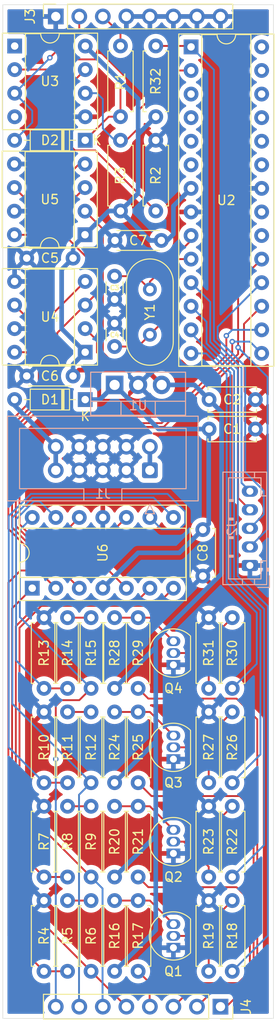
<source format=kicad_pcb>
(kicad_pcb (version 20240108) (generator "pcbnew") (generator_version "8.0")
  (title_block (title "Midi to CV Logic") (rev "1.0"))
  (layers (0 "F.Cu" signal) (31 "B.Cu" signal) (34 "B.Paste" user) (35 "F.Paste" user) (36 "B.SilkS" user "B.Silkscreen") (37 "F.SilkS" user "F.Silkscreen") (38 "B.Mask" user) (39 "F.Mask" user) (44 "Edge.Cuts" user))
  (net 0 "")
  (net 1 "/CV_2_PRE")
  (net 2 "GND")
  (net 3 "+5V")
  (net 4 "Net-(U2-XTAL1{slash}PB6)")
  (net 5 "Net-(U2-XTAL2{slash}PB7)")
  (net 6 "+12V")
  (net 7 "Net-(D2-K)")
  (net 8 "CV_1_OUT")
  (net 9 "MOSI")
  (net 10 "SCK")
  (net 11 "MISO")
  (net 12 "RESET")
  (net 13 "MIDI_SOURCE")
  (net 14 "CV_4_OUT")
  (net 15 "CV_3_OUT")
  (net 16 "MIDI_SINK")
  (net 17 "GATE_4_OUT")
  (net 18 "GATE_2_OUT")
  (net 19 "GATE_3_OUT")
  (net 20 "GATE_1_OUT")
  (net 21 "Net-(Q1-B)")
  (net 22 "Net-(Q1-C)")
  (net 23 "Net-(Q2-C)")
  (net 24 "Net-(Q2-B)")
  (net 25 "Net-(Q3-C)")
  (net 26 "Net-(Q3-B)")
  (net 27 "Net-(Q4-B)")
  (net 28 "Net-(Q4-C)")
  (net 29 "Net-(U3-VO1)")
  (net 30 "RX")
  (net 31 "Net-(U6A--)")
  (net 32 "Net-(U6B--)")
  (net 33 "Net-(U6C--)")
  (net 34 "Net-(U6D--)")
  (net 35 "GATE_1")
  (net 36 "GATE_2")
  (net 37 "GATE_3")
  (net 38 "GATE_4")
  (net 41 "CS1")
  (net 47 "CS2")
  (net 55 "/CV_1_PRE")
  (net 56 "/CV_4_PRE")
  (net 57 "/CV_3_PRE")
  (net 58 "CV_2_OUT")
  (net 59 "Net-(R5-Pad2)")
  (net 60 "Net-(R8-Pad2)")
  (net 61 "Net-(R11-Pad2)")
  (net 62 "Net-(R14-Pad2)")
  (net 63 "+12V_IN")
  (net 64 "-12V_IN")
  (footprint "Capacitor_THT:C_Disc_D5.0mm_W2.5mm_P5.00mm" (layer "F.Cu") (at 60.365 74.295)
    (property "Reference" "C2")
    (property "Value" "100nF" (hide yes))
  )
  (footprint "Resistor_THT:R_Axial_DIN0207_L6.3mm_D2.5mm_P7.62mm_Horizontal" (layer "F.Cu") (at 62.865 135.89 90)
    (property "Reference" "R18")
    (property "Value" "100KΩ" (hide yes))
  )
  (footprint "Paul:R_Axial_DIN0207_L6.3mm_D2.5mm_P7.62mm_Horizontal_Thin" (layer "F.Cu") (at 50.165 105.41 90)
    (property "Reference" "R28")
    (property "Value" "10KΩ" (hide yes))
  )
  (footprint "Capacitor_THT:C_Disc_D3.0mm_W1.6mm_P2.50mm" (layer "F.Cu") (at 50.165 61 -90)
    (property "Reference" "C3")
    (property "Value" "20pF" (hide yes))
  )
  (footprint "Resistor_THT:R_Axial_DIN0207_L6.3mm_D2.5mm_P7.62mm_Horizontal" (layer "F.Cu") (at 45.085 115.57 90)
    (property "Reference" "R11")
    (property "Value" "4.7KΩ" (hide yes))
  )
  (footprint "Package_DIP:DIP-8_W7.62mm_Socket" (layer "F.Cu") (at 39.38 36.205)
    (property "Reference" "U3")
    (property "Value" "6N138" (hide yes))
  )
  (footprint "Package_DIP:DIP-8_W7.62mm_Socket" (layer "F.Cu") (at 46.97 56.535 180)
    (property "Reference" "U5")
    (property "Value" "MCP4822" (hide yes))
  )
  (footprint "Connector_PinSocket_2.54mm:PinSocket_1x08_P2.54mm_Vertical" (layer "F.Cu") (at 43.815 33.02 90)
    (property "Reference" "J3")
    (property "Value" "Conn_01x08_Socket" (hide yes))
  )
  (footprint "Resistor_THT:R_Axial_DIN0207_L6.3mm_D2.5mm_P7.62mm_Horizontal" (layer "F.Cu") (at 54.61 46.355 -90)
    (property "Reference" "R2")
    (property "Value" "4.7kΩ" (hide yes))
  )
  (footprint "Resistor_THT:R_Axial_DIN0207_L6.3mm_D2.5mm_P7.62mm_Horizontal" (layer "F.Cu") (at 62.865 105.41 90)
    (property "Reference" "R30")
    (property "Value" "100KΩ" (hide yes))
  )
  (footprint "Capacitor_THT:C_Disc_D3.0mm_W1.6mm_P2.50mm" (layer "F.Cu") (at 50.165 68.58 90)
    (property "Reference" "C4")
    (property "Value" "20pF" (hide yes))
  )
  (footprint "Resistor_THT:R_Axial_DIN0207_L6.3mm_D2.5mm_P7.62mm_Horizontal" (layer "F.Cu") (at 60.325 97.79 -90)
    (property "Reference" "R31")
    (property "Value" "1MΩ" (hide yes))
  )
  (footprint "Package_DIP:DIP-14_W7.62mm_Socket" (layer "F.Cu") (at 41.275 94.615 90)
    (property "Reference" "U6")
    (property "Value" "LM324" (hide yes))
  )
  (footprint "Resistor_THT:R_Axial_DIN0207_L6.3mm_D2.5mm_P7.62mm_Horizontal" (layer "F.Cu") (at 52.705 107.95 -90)
    (property "Reference" "R25")
    (property "Value" "1KΩ" (hide yes))
  )
  (footprint "Resistor_THT:R_Axial_DIN0207_L6.3mm_D2.5mm_P7.62mm_Horizontal" (layer "F.Cu") (at 50.165 115.57 90)
    (property "Reference" "R24")
    (property "Value" "10KΩ" (hide yes))
  )
  (footprint "Resistor_THT:R_Axial_DIN0207_L6.3mm_D2.5mm_P7.62mm_Horizontal" (layer "F.Cu") (at 42.545 107.95 -90)
    (property "Reference" "R10")
    (property "Value" "10KΩ" (hide yes))
  )
  (footprint "Resistor_THT:R_Axial_DIN0207_L6.3mm_D2.5mm_P7.62mm_Horizontal" (layer "F.Cu") (at 45.085 105.41 90)
    (property "Reference" "R14")
    (property "Value" "4.7KΩ" (hide yes))
  )
  (footprint "Capacitor_THT:C_Disc_D5.0mm_W2.5mm_P5.00mm" (layer "F.Cu") (at 59.69 88.305 -90)
    (property "Reference" "C8")
    (property "Value" "100nF" (hide yes))
  )
  (footprint "Resistor_THT:R_Axial_DIN0207_L6.3mm_D2.5mm_P7.62mm_Horizontal" (layer "F.Cu") (at 52.705 128.27 -90)
    (property "Reference" "R17")
    (property "Value" "1KΩ" (hide yes))
  )
  (footprint "Capacitor_THT:C_Disc_D4.3mm_W1.9mm_P5.00mm" (layer "F.Cu") (at 50.205 57.15)
    (property "Reference" "C7")
    (property "Value" "100nF" (hide yes))
  )
  (footprint "Resistor_THT:R_Axial_DIN0207_L6.3mm_D2.5mm_P7.62mm_Horizontal" (layer "F.Cu") (at 62.865 115.57 90)
    (property "Reference" "R26")
    (property "Value" "100KΩ" (hide yes))
  )
  (footprint "Resistor_THT:R_Axial_DIN0207_L6.3mm_D2.5mm_P7.62mm_Horizontal" (layer "F.Cu") (at 47.625 118.11 -90)
    (property "Reference" "R9")
    (property "Value" "3KΩ" (hide yes))
  )
  (footprint "Package_TO_SOT_THT:TO-92_Inline" (layer "F.Cu") (at 56.515 133.35 90)
    (property "Reference" "Q1")
    (property "Value" "2N3904" (hide yes))
  )
  (footprint "Diode_THT:D_DO-35_SOD27_P7.62mm_Horizontal" (layer "F.Cu") (at 46.99 46.355 180)
    (property "Reference" "D2")
    (property "Value" "1N4148" (hide yes))
  )
  (footprint "Crystal:Crystal_HC49-4H_Vertical" (layer "F.Cu") (at 53.975 67.31 90)
    (property "Reference" "Y1")
    (property "Value" "16MHz" (hide yes))
  )
  (footprint "Resistor_THT:R_Axial_DIN0207_L6.3mm_D2.5mm_P7.62mm_Horizontal" (layer "F.Cu") (at 47.625 107.95 -90)
    (property "Reference" "R12")
    (property "Value" "3KΩ" (hide yes))
  )
  (footprint "Capacitor_THT:C_Disc_D4.3mm_W1.9mm_P5.00mm" (layer "F.Cu") (at 40.68 71.755)
    (property "Reference" "C6")
    (property "Value" "100nF" (hide yes))
  )
  (footprint "Package_TO_SOT_THT:TO-92_Inline" (layer "F.Cu") (at 56.515 113.03 90)
    (property "Reference" "Q3")
    (property "Value" "2N3904" (hide yes))
  )
  (footprint "Resistor_THT:R_Axial_DIN0207_L6.3mm_D2.5mm_P7.62mm_Horizontal" (layer "F.Cu") (at 60.325 107.95 -90)
    (property "Reference" "R27")
    (property "Value" "1MΩ" (hide yes))
  )
  (footprint "Capacitor_THT:C_Disc_D5.0mm_W2.5mm_P5.00mm" (layer "F.Cu") (at 60.365 77.47)
    (property "Reference" "C1")
    (property "Value" "330nF" (hide yes))
  )
  (footprint "Resistor_THT:R_Axial_DIN0207_L6.3mm_D2.5mm_P7.62mm_Horizontal" (layer "F.Cu") (at 42.545 128.27 -90)
    (property "Reference" "R4")
    (property "Value" "10KΩ" (hide yes))
  )
  (footprint "Connector_PinSocket_2.54mm:PinSocket_1x08_P2.54mm_Vertical" (layer "F.Cu") (at 61.595 139.7 -90)
    (property "Reference" "J4")
    (property "Value" "Conn_01x08_Socket" (hide yes))
  )
  (footprint "Package_DIP:DIP-28_W7.62mm_Socket" (layer "F.Cu") (at 58.42 36.299657)
    (property "Reference" "U2")
    (property "Value" "ATmega328P-P" (hide yes))
  )
  (footprint "Package_DIP:DIP-8_W7.62mm_Socket" (layer "F.Cu") (at 46.99 69.190343 180)
    (property "Reference" "U4")
    (property "Value" "MCP4822" (hide yes))
  )
  (footprint "Resistor_THT:R_Axial_DIN0207_L6.3mm_D2.5mm_P7.62mm_Horizontal" (layer "F.Cu") (at 47.625 97.79 -90)
    (property "Reference" "R15")
    (property "Value" "3KΩ" (hide yes))
  )
  (footprint "Resistor_THT:R_Axial_DIN0207_L6.3mm_D2.5mm_P7.62mm_Horizontal" (layer "F.Cu") (at 60.325 118.11 -90)
    (property "Reference" "R23")
    (property "Value" "1MΩ" (hide yes))
  )
  (footprint "Resistor_THT:R_Axial_DIN0207_L6.3mm_D2.5mm_P7.62mm_Horizontal" (layer "F.Cu") (at 50.8 43.815 90)
    (property "Reference" "R1")
    (property "Value" "220Ω" (hide yes))
  )
  (footprint "Resistor_THT:R_Axial_DIN0207_L6.3mm_D2.5mm_P7.62mm_Horizontal" (layer "F.Cu") (at 42.545 118.11 -90)
    (property "Reference" "R7")
    (property "Value" "10KΩ" (hide yes))
  )
  (footprint "Package_TO_SOT_THT:TO-92_Inline" (layer "F.Cu") (at 56.515 123.19 90)
    (property "Reference" "Q2")
    (property "Value" "2N3904" (hide yes))
  )
  (footprint "Resistor_THT:R_Axial_DIN0207_L6.3mm_D2.5mm_P7.62mm_Horizontal" (layer "F.Cu") (at 47.625 128.27 -90)
    (property "Reference" "R6")
    (property "Value" "3KΩ" (hide yes))
  )
  (footprint "Diode_THT:D_DO-35_SOD27_P7.62mm_Horizontal" (layer "F.Cu") (at 46.99 74.295 180)
    (property "Reference" "D1")
    (property "Value" "IN4001")
  )
  (footprint "Resistor_THT:R_Axial_DIN0207_L6.3mm_D2.5mm_P7.62mm_Horizontal" (layer "F.Cu") (at 60.325 128.27 -90)
    (property "Reference" "R19")
    (property "Value" "1MΩ" (hide yes))
  )
  (footprint "Package_TO_SOT_THT:TO-92_Inline" (layer "F.Cu") (at 56.515 102.87 90)
    (property "Reference" "Q4")
    (property "Value" "2N3904" (hide yes))
  )
  (footprint "Resistor_THT:R_Axial_DIN0207_L6.3mm_D2.5mm_P7.62mm_Horizontal" (layer "F.Cu") (at 54.61 36.195 -90)
    (property "Reference" "R32")
    (property "Value" "10KΩ" (hide yes))
  )
  (footprint "Resistor_THT:R_Axial_DIN0207_L6.3mm_D2.5mm_P7.62mm_Horizontal" (layer "F.Cu") (at 45.085 135.89 90)
    (property "Reference" "R5")
    (property "Value" "4.7KΩ" (hide yes))
  )
  (footprint "Capacitor_THT:C_Disc_D4.3mm_W1.9mm_P5.00mm" (layer "F.Cu") (at 40.68 59.055)
    (property "Reference" "C5")
    (property "Value" "100nF")
  )
  (footprint "Resistor_THT:R_Axial_DIN0207_L6.3mm_D2.5mm_P7.62mm_Horizontal" (layer "F.Cu") (at 42.545 97.79 -90)
    (property "Reference" "R13")
    (property "Value" "10KΩ" (hide yes))
  )
  (footprint "Resistor_THT:R_Axial_DIN0207_L6.3mm_D2.5mm_P7.62mm_Horizontal" (layer "F.Cu") (at 45.085 125.73 90)
    (property "Reference" "R8")
    (property "Value" "4.7KΩ" (hide yes))
  )
  (footprint "Resistor_THT:R_Axial_DIN0207_L6.3mm_D2.5mm_P7.62mm_Horizontal" (layer "F.Cu") (at 52.705 118.11 -90)
    (property "Reference" "R21")
    (property "Value" "1KΩ" (hide yes))
  )
  (footprint "Resistor_THT:R_Axial_DIN0207_L6.3mm_D2.5mm_P7.62mm_Horizontal" (layer "F.Cu") (at 50.165 125.73 90)
    (property "Reference" "R20")
    (property "Value" "10KΩ" (hide yes))
  )
  (footprint "Paul:R_Axial_DIN0207_L6.3mm_D2.5mm_P7.62mm_Horizontal_Thin" (layer "F.Cu") (at 52.705 97.79 -90)
    (property "Reference" "R29")
    (property "Value" "1KΩ" (hide yes))
  )
  (footprint "Resistor_THT:R_Axial_DIN0207_L6.3mm_D2.5mm_P7.62mm_Horizontal" (layer "F.Cu") (at 50.8 46.355 -90)
    (property "Reference" "R3")
    (property "Value" "220Ω" (hide yes))
  )
  (footprint "Resistor_THT:R_Axial_DIN0207_L6.3mm_D2.5mm_P7.62mm_Horizontal" (layer "F.Cu") (at 50.165 135.89 90)
    (property "Reference" "R16")
    (property "Value" "10KΩ" (hide yes))
  )
  (footprint "Resistor_THT:R_Axial_DIN0207_L6.3mm_D2.5mm_P7.62mm_Horizontal" (layer "F.Cu") (at 62.865 125.73 90)
    (property "Reference" "R22")
    (property "Value" "100KΩ" (hide yes))
  )
  (footprint "Package_TO_SOT_THT:TO-220-3_Vertical" (layer "B.Cu") (at 50.165 72.715)
    (property "Reference" "U1")
    (property "Value" "LM7805_TO220" (hide yes))
  )
  (footprint "Connector_JST:JST_PH_B5B-PH-K_1x05_P2.00mm_Vertical" (layer "B.Cu") (at 64.77 92.17 90)
    (property "Reference" "J2")
    (property "Value" "Conn_01x05" (hide yes))
  )
  (footprint "Connector_IDC:IDC-Header_2x05_P2.54mm_Vertical" (layer "B.Cu") (at 53.975 81.915 90)
    (property "Reference" "J1")
    (property "Value" "Conn_02x05_Odd_Even" (hide yes))
  )
  (gr_rect (start 38.1 31.75) (end 67.31 140.97) (stroke (width 0.05)) (fill none) (layer "Edge.Cuts"))
  (gr_rect (start 38.1 31.75) (end 67.31 140.97) (stroke (width 0.05)) (fill none) (layer "Edge.Cuts"))
  (segment (start 42.38 67.140343) (end 42.38 73.825) (width 0.2) (layer "F.Cu") (net 1))
  (segment (start 42.38 73.825) (end 39.1 77.105) (width 0.2) (layer "F.Cu") (net 1))
  (segment (start 39.1 77.105) (end 39.1 88.055686) (width 0.2) (layer "F.Cu") (net 1))
  (segment (start 39.35 64.110343) (end 42.38 67.140343) (width 0.2) (layer "F.Cu") (net 1))
  (segment (start 39.1 88.055686) (end 40.744316 89.7) (width 0.2) (layer "F.Cu") (net 1))
  (segment (start 46.52 89.7) (end 51.435 94.615) (width 0.2) (layer "F.Cu") (net 1))
  (segment (start 40.744316 89.7) (end 46.52 89.7) (width 0.2) (layer "F.Cu") (net 1))
  (segment (start 45.68 71.755) (end 46.315 71.12) (width 0.5) (layer "F.Cu") (net 3))
  (segment (start 53.65 71.12) (end 55.245 72.715) (width 0.5) (layer "F.Cu") (net 3))
  (segment (start 46.315 71.12) (end 53.65 71.12) (width 0.5) (layer "F.Cu") (net 3))
  (segment (start 55.245 72.715) (end 55.245 72.39) (width 0.5) (layer "B.Cu") (net 3))
  (segment (start 44.45 60.285) (end 45.68 59.055) (width 0.5) (layer "B.Cu") (net 3))
  (segment (start 58.42 51.539657) (end 56.515 53.444657) (width 0.5) (layer "B.Cu") (net 3))
  (segment (start 52.705 52.07) (end 52.705 45.72) (width 0.5) (layer "B.Cu") (net 3))
  (segment (start 49.53 53.975) (end 46.97 56.535) (width 0.5) (layer "B.Cu") (net 3))
  (segment (start 46.99 69.190343) (end 44.45 66.650343) (width 0.5) (layer "B.Cu") (net 3))
  (segment (start 60.365 74.295) (end 61.715 75.645) (width 0.5) (layer "B.Cu") (net 3))
  (segment (start 55.245 72.715) (end 58.785 72.715) (width 0.5) (layer "B.Cu") (net 3))
  (segment (start 50.8 53.975) (end 52.705 52.07) (width 0.5) (layer "B.Cu") (net 3))
  (segment (start 54.61 43.815) (end 52.705 45.72) (width 0.5) (layer "B.Cu") (net 3))
  (segment (start 52.705 45.72) (end 52.705 41.91) (width 0.5) (layer "B.Cu") (net 3))
  (segment (start 61.715 93.047767) (end 54.61 100.152767) (width 0.5) (layer "B.Cu") (net 3))
  (segment (start 54.61 100.965) (end 54.61 111.125) (width 0.5) (layer "B.Cu") (net 3))
  (segment (start 54.61 111.125) (end 54.61 121.285) (width 0.5) (layer "B.Cu") (net 3))
  (segment (start 50.8 53.975) (end 49.53 53.975) (width 0.5) (layer "B.Cu") (net 3))
  (segment (start 44.45 66.650343) (end 44.45 60.285) (width 0.5) (layer "B.Cu") (net 3))
  (segment (start 52.705 41.91) (end 47 36.205) (width 0.5) (layer "B.Cu") (net 3))
  (segment (start 56.515 53.444657) (end 56.515 56.475) (width 0.5) (layer "B.Cu") (net 3))
  (segment (start 61.715 75.645) (end 61.715 93.047767) (width 0.5) (layer "B.Cu") (net 3))
  (segment (start 45.68 59.055) (end 45.68 57.835) (width 0.5) (layer "B.Cu") (net 3))
  (segment (start 54.61 100.152767) (end 54.61 100.965) (width 0.5) (layer "B.Cu") (net 3))
  (segment (start 55.84 57.15) (end 53.975 57.15) (width 0.5) (layer "B.Cu") (net 3))
  (segment (start 45.68 71.755) (end 45.68 70.500343) (width 0.5) (layer "B.Cu") (net 3))
  (segment (start 58.785 72.715) (end 60.365 74.295) (width 0.5) (layer "B.Cu") (net 3))
  (segment (start 54.61 121.285) (end 50.165 125.73) (width 0.5) (layer "B.Cu") (net 3))
  (segment (start 54.61 111.125) (end 50.165 115.57) (width 0.5) (layer "B.Cu") (net 3))
  (segment (start 53.975 57.15) (end 50.8 53.975) (width 0.5) (layer "B.Cu") (net 3))
  (segment (start 56.515 56.475) (end 55.84 57.15) (width 0.5) (layer "B.Cu") (net 3))
  (segment (start 45.68 57.835) (end 46.97 56.545) (width 0.5) (layer "B.Cu") (net 3))
  (segment (start 54.61 121.285) (end 54.61 131.445) (width 0.5) (layer "B.Cu") (net 3))
  (segment (start 54.61 131.445) (end 50.165 135.89) (width 0.5) (layer "B.Cu") (net 3))
  (segment (start 50.165 105.41) (end 54.61 100.965) (width 0.5) (layer "B.Cu") (net 3))
  (segment (start 45.68 70.500343) (end 46.99 69.190343) (width 0.5) (layer "B.Cu") (net 3))
  (segment (start 52.545 61) (end 53.975 62.43) (width 0.2) (layer "F.Cu") (net 4))
  (segment (start 53.975 62.43) (end 53.975 61.595) (width 0.2) (layer "F.Cu") (net 4))
  (segment (start 50.165 61) (end 52.545 61) (width 0.2) (layer "F.Cu") (net 4))
  (segment (start 53.975 61.595) (end 58.42 57.15) (width 0.2) (layer "F.Cu") (net 4))
  (segment (start 58.42 57.15) (end 58.42 56.619657) (width 0.2) (layer "F.Cu") (net 4))
  (segment (start 57.045343 59.159657) (end 57.15 59.159657) (width 0.2) (layer "F.Cu") (net 5))
  (segment (start 53.975 67.31) (end 55.88 65.405) (width 0.2) (layer "F.Cu") (net 5))
  (segment (start 55.88 65.405) (end 55.88 60.429657) (width 0.2) (layer "F.Cu") (net 5))
  (segment (start 55.88 60.429657) (end 57.15 59.159657) (width 0.2) (layer "F.Cu") (net 5))
  (segment (start 50.165 68.58) (end 52.705 68.58) (width 0.2) (layer "F.Cu") (net 5))
  (segment (start 52.705 68.58) (end 53.975 67.31) (width 0.2) (layer "F.Cu") (net 5))
  (segment (start 57.15 59.159657) (end 58.42 59.159657) (width 0.2) (layer "F.Cu") (net 5))
  (segment (start 60.325 77.51) (end 60.325 87.67) (width 0.5) (layer "B.Cu") (net 6))
  (segment (start 52.705 90.805) (end 48.895 94.615) (width 0.5) (layer "B.Cu") (net 6))
  (segment (start 48.585 74.295) (end 50.165 72.715) (width 0.5) (layer "B.Cu") (net 6))
  (segment (start 60.325 87.67) (end 59.69 88.305) (width 0.5) (layer "B.Cu") (net 6))
  (segment (start 46.99 74.295) (end 48.585 74.295) (width 0.5) (layer "B.Cu") (net 6))
  (segment (start 50.165 72.715) (end 54.92 77.47) (width 0.5) (layer "B.Cu") (net 6))
  (segment (start 48.895 94.615) (end 48.895 93.98) (width 0.5) (layer "B.Cu") (net 6))
  (segment (start 54.92 77.47) (end 60.365 77.47) (width 0.5) (layer "B.Cu") (net 6))
  (segment (start 59.65 88.305) (end 57.15 90.805) (width 0.5) (layer "B.Cu") (net 6))
  (segment (start 59.69 88.305) (end 59.65 88.305) (width 0.5) (layer "B.Cu") (net 6))
  (segment (start 57.15 90.805) (end 52.705 90.805) (width 0.5) (layer "B.Cu") (net 6))
  (segment (start 60.325 77.51) (end 60.365 77.47) (width 0.5) (layer "B.Cu") (net 6))
  (segment (start 43.18 38.735) (end 44.27 37.645) (width 0.2) (layer "F.Cu") (net 7))
  (segment (start 44.27 37.645) (end 48.44 37.645) (width 0.2) (layer "F.Cu") (net 7))
  (segment (start 48.44 37.645) (end 50.8 40.005) (width 0.2) (layer "F.Cu") (net 7))
  (segment (start 39.39 38.735) (end 43.18 38.735) (width 0.2) (layer "F.Cu") (net 7))
  (segment (start 50.8 43.815) (end 49.53 43.815) (width 0.2) (layer "F.Cu") (net 7))
  (segment (start 39.38 38.745) (end 39.39 38.735) (width 0.2) (layer "F.Cu") (net 7))
  (segment (start 50.8 40.005) (end 50.8 43.815) (width 0.2) (layer "F.Cu") (net 7))
  (segment (start 49.53 43.815) (end 46.99 46.355) (width 0.2) (layer "F.Cu") (net 7))
  (segment (start 39.1 127.365) (end 39.1 96.79) (width 0.2) (layer "F.Cu") (net 8))
  (segment (start 39.37625 127.64125) (end 39.1 127.365) (width 0.2) (layer "F.Cu") (net 8))
  (segment (start 47.625 135.89) (end 39.1 127.365) (width 0.2) (layer "F.Cu") (net 8))
  (segment (start 39.1 96.79) (end 39.235 96.655) (width 0.2) (layer "F.Cu") (net 8))
  (segment (start 47.625 135.89) (end 51.405 139.67) (width 0.2) (layer "F.Cu") (net 8))
  (segment (start 39.1 96.79) (end 41.275 94.615) (width 0.2) (layer "F.Cu") (net 8))
  (segment (start 43.58 74.06) (end 46.755 77.235) (width 0.2) (layer "F.Cu") (net 9))
  (segment (start 46.755 77.235) (end 55.48 77.235) (width 0.2) (layer "F.Cu") (net 9))
  (segment (start 64.135 69.319657) (end 64.135 68.58) (width 0.2) (layer "F.Cu") (net 9))
  (segment (start 64.135 66.144657) (end 66.04 64.239657) (width 0.2) (layer "F.Cu") (net 9))
  (segment (start 43.58 64.960343) (end 43.58 74.06) (width 0.2) (layer "F.Cu") (net 9))
  (segment (start 64.135 69.215) (end 64.135 68.58) (width 0.2) (layer "F.Cu") (net 9))
  (segment (start 63.9 69.45) (end 64.135 69.215) (width 0.2) (layer "F.Cu") (net 9))
  (segment (start 43.58 51.67) (end 43.58 70.885) (width 0.2) (layer "F.Cu") (net 9))
  (segment (start 63.9 69.554656) (end 63.9 69.45) (width 0.2) (layer "F.Cu") (net 9))
  (segment (start 46.97 48.28) (end 43.58 51.67) (width 0.2) (layer "F.Cu") (net 9))
  (segment (start 64.77 86.17) (end 63.5 84.9) (width 0.2) (layer "F.Cu") (net 9))
  (segment (start 63.5 84.9) (end 63.5 69.954656) (width 0.2) (layer "F.Cu") (net 9))
  (segment (start 46.97 61.570343) (end 43.58 64.960343) (width 0.2) (layer "F.Cu") (net 9))
  (segment (start 55.48 77.235) (end 59.925 72.79) (width 0.2) (layer "F.Cu") (net 9))
  (segment (start 64.135 69.319657) (end 64.135 69.215) (width 0.2) (layer "F.Cu") (net 9))
  (segment (start 64.135 68.58) (end 64.135 66.144657) (width 0.2) (layer "F.Cu") (net 9))
  (segment (start 59.925 72.79) (end 60.664657 72.79) (width 0.2) (layer "F.Cu") (net 9))
  (segment (start 63.5 69.954656) (end 63.9 69.554656) (width 0.2) (layer "F.Cu") (net 9))
  (segment (start 60.664657 72.79) (end 64.135 69.319657) (width 0.2) (layer "F.Cu") (net 9))
  (segment (start 48.495 60.535343) (end 48.495 62.585343) (width 0.2) (layer "F.Cu") (net 10))
  (segment (start 60.49897 72.39) (end 63.5 69.38897) (width 0.2) (layer "F.Cu") (net 10))
  (segment (start 63.5 61.699657) (end 66.04 59.159657) (width 0.2) (layer "F.Cu") (net 10))
  (segment (start 43.98 73.825) (end 46.99 76.835) (width 0.2) (layer "F.Cu") (net 10))
  (segment (start 45.085 53.35) (end 45.085 56.904365) (width 0.2) (layer "F.Cu") (net 10))
  (segment (start 63.5 69.38897) (end 63.5 68.684657) (width 0.2) (layer "F.Cu") (net 10))
  (segment (start 48.495 60.314365) (end 48.495 60.96) (width 0.2) (layer "F.Cu") (net 10))
  (segment (start 55.245 76.835) (end 59.69 72.39) (width 0.2) (layer "F.Cu") (net 10))
  (segment (start 63.5 68.684657) (end 63.5 61.699657) (width 0.2) (layer "F.Cu") (net 10))
  (segment (start 59.69 72.39) (end 60.49897 72.39) (width 0.2) (layer "F.Cu") (net 10))
  (segment (start 46.97 51.465) (end 45.085 53.35) (width 0.2) (layer "F.Cu") (net 10))
  (segment (start 45.085 56.904365) (end 48.495 60.314365) (width 0.2) (layer "F.Cu") (net 10))
  (segment (start 48.495 62.585343) (end 43.98 67.100343) (width 0.2) (layer "F.Cu") (net 10))
  (segment (start 43.98 67.100343) (end 43.98 73.825) (width 0.2) (layer "F.Cu") (net 10))
  (segment (start 46.99 76.835) (end 55.245 76.835) (width 0.2) (layer "F.Cu") (net 10))
  (via (at 63.5 68.684657) (size 0.6) (drill 0.3) (layers "F.Cu" "B.Cu") (net 10))
  (segment (start 66.675 71.859657) (end 63.5 68.684657) (width 0.2) (layer "B.Cu") (net 10))
  (segment (start 66.675 88.265) (end 66.675 71.859657) (width 0.2) (layer "B.Cu") (net 10))
  (segment (start 64.77 90.17) (end 66.675 88.265) (width 0.2) (layer "B.Cu") (net 10))
  (segment (start 64.265 70.719657) (end 61.29 67.744657) (width 0.2) (layer "B.Cu") (net 11))
  (segment (start 66.275 86.665) (end 66.275 84.127208) (width 0.2) (layer "B.Cu") (net 11))
  (segment (start 64.265 82.117208) (end 64.265 70.719657) (width 0.2) (layer "B.Cu") (net 11))
  (segment (start 61.29 67.744657) (end 61.29 66.449657) (width 0.2) (layer "B.Cu") (net 11))
  (segment (start 66.275 84.127208) (end 64.265 82.117208) (width 0.2) (layer "B.Cu") (net 11))
  (segment (start 64.77 88.17) (end 66.275 86.665) (width 0.2) (layer "B.Cu") (net 11))
  (segment (start 61.29 66.449657) (end 66.04 61.699657) (width 0.2) (layer "B.Cu") (net 11))
  (segment (start 58.315343 36.195) (end 58.42 36.299657) (width 0.2) (layer "F.Cu") (net 12))
  (segment (start 55.245 36.195) (end 58.315343 36.195) (width 0.2) (layer "F.Cu") (net 12))
  (segment (start 63.865 83.265) (end 64.77 84.17) (width 0.2) (layer "B.Cu") (net 12))
  (segment (start 63.865 70.885343) (end 63.865 83.265) (width 0.2) (layer "B.Cu") (net 12))
  (segment (start 60.89 67.910343) (end 63.865 70.885343) (width 0.2) (layer "B.Cu") (net 12))
  (segment (start 58.42 36.299657) (end 60.89 38.769657) (width 0.2) (layer "B.Cu") (net 12))
  (segment (start 60.89 38.769657) (end 60.89 67.910343) (width 0.2) (layer "B.Cu") (net 12))
  (segment (start 50.8 34.9) (end 48.895 32.995) (width 0.2) (layer "F.Cu") (net 13))
  (segment (start 50.8 36.83) (end 50.8 34.9) (width 0.2) (layer "F.Cu") (net 13))
  (segment (start 47.625 105.41) (end 46.355 106.68) (width 0.2) (layer "F.Cu") (net 14))
  (segment (start 46.355 106.68) (end 44.45 106.68) (width 0.2) (layer "F.Cu") (net 14))
  (segment (start 44.45 106.68) (end 43.815 107.315) (width 0.2) (layer "F.Cu") (net 14))
  (segment (start 43.815 107.315) (end 43.815 113.03) (width 0.2) (layer "F.Cu") (net 14))
  (via (at 43.815 113.03) (size 0.6) (drill 0.3) (layers "F.Cu" "B.Cu") (net 14))
  (segment (start 43.785 139.75) (end 43.815 139.72) (width 0.2) (layer "B.Cu") (net 14))
  (segment (start 43.815 139.72) (end 43.815 113.03) (width 0.2) (layer "B.Cu") (net 14))
  (segment (start 39.935 88.335) (end 40.005 88.265) (width 0.2) (layer "B.Cu") (net 14))
  (segment (start 47.625 105.41) (end 40.64 98.425) (width 0.2) (layer "B.Cu") (net 14))
  (segment (start 39.935 88.335) (end 41.275 86.995) (width 0.2) (layer "B.Cu") (net 14))
  (segment (start 39.935 97.72) (end 39.935 88.335) (width 0.2) (layer "B.Cu") (net 14))
  (segment (start 40.64 98.425) (end 39.935 97.72) (width 0.2) (layer "B.Cu") (net 14))
  (segment (start 40.005 97.79) (end 39.935 97.72) (width 0.2) (layer "B.Cu") (net 14))
  (segment (start 39.135 87.01368) (end 39.14434 87.00434) (width 0.2) (layer "B.Cu") (net 15))
  (segment (start 46.325 116.87) (end 47.625 115.57) (width 0.2) (layer "B.Cu") (net 15))
  (segment (start 41.293679 84.855) (end 54.375 84.855) (width 0.2) (layer "B.Cu") (net 15))
  (segment (start 39.135 107.08) (end 39.135 87.01368) (width 0.2) (layer "B.Cu") (net 15))
  (segment (start 39.37 107.315) (end 39.135 107.08) (width 0.2) (layer "B.Cu") (net 15))
  (segment (start 46.325 139.75) (end 46.325 116.87) (width 0.2) (layer "B.Cu") (net 15))
  (segment (start 47.625 115.57) (end 39.135 107.08) (width 0.2) (layer "B.Cu") (net 15))
  (segment (start 54.375 84.855) (end 56.515 86.995) (width 0.2) (layer "B.Cu") (net 15))
  (segment (start 39.135 87.013679) (end 41.293679 84.855) (width 0.2) (layer "B.Cu") (net 15))
  (segment (start 46.355 34.29) (end 46.355 32.995) (width 0.2) (layer "F.Cu") (net 16))
  (segment (start 43.18 37.465) (end 46.355 34.29) (width 0.2) (layer "F.Cu") (net 16))
  (via (at 43.18 37.465) (size 0.6) (drill 0.3) (layers "F.Cu" "B.Cu") (net 16))
  (segment (start 39.38 41.285) (end 41.275 43.18) (width 0.2) (layer "B.Cu") (net 16))
  (segment (start 41.275 44.45) (end 39.37 46.355) (width 0.2) (layer "B.Cu") (net 16))
  (segment (start 43.18 37.485) (end 43.18 37.465) (width 0.2) (layer "B.Cu") (net 16))
  (segment (start 39.38 41.285) (end 43.18 37.485) (width 0.2) (layer "B.Cu") (net 16))
  (segment (start 41.275 43.18) (end 41.275 44.45) (width 0.2) (layer "B.Cu") (net 16))
  (segment (start 52.705 105.41) (end 53.805 106.51) (width 0.2) (layer "F.Cu") (net 17))
  (segment (start 62.18 139.75) (end 61.565 139.75) (width 0.2) (layer "F.Cu") (net 17))
  (segment (start 63.33 106.51) (end 65.57 108.75) (width 0.2) (layer "F.Cu") (net 17))
  (segment (start 65.57 136.36) (end 62.18 139.75) (width 0.2) (layer "F.Cu") (net 17))
  (segment (start 53.805 106.51) (end 63.33 106.51) (width 0.2) (layer "F.Cu") (net 17))
  (segment (start 65.57 108.75) (end 65.57 136.36) (width 0.2) (layer "F.Cu") (net 17))
  (segment (start 57.635 138.6) (end 56.485 139.75) (width 0.2) (layer "F.Cu") (net 18))
  (segment (start 64.77 135.89) (end 63.5 137.16) (width 0.2) (layer "F.Cu") (net 18))
  (segment (start 53.805 126.83) (end 63.33 126.83) (width 0.2) (layer "F.Cu") (net 18))
  (segment (start 64.77 128.27) (end 64.77 135.89) (width 0.2) (layer "F.Cu") (net 18))
  (segment (start 59.055 137.16) (end 57.635 138.58) (width 0.2) (layer "F.Cu") (net 18))
  (segment (start 63.5 137.16) (end 59.055 137.16) (width 0.2) (layer "F.Cu") (net 18))
  (segment (start 52.705 125.73) (end 53.805 126.83) (width 0.2) (layer "F.Cu") (net 18))
  (segment (start 63.33 126.83) (end 64.77 128.27) (width 0.2) (layer "F.Cu") (net 18))
  (segment (start 57.635 138.58) (end 57.635 138.6) (width 0.2) (layer "F.Cu") (net 18))
  (segment (start 65.17 136.055686) (end 63.665685 137.56) (width 0.2) (layer "F.Cu") (net 19))
  (segment (start 63.67 117.01) (end 65.17 118.51) (width 0.2) (layer "F.Cu") (net 19))
  (segment (start 63.665685 137.56) (end 61.215 137.56) (width 0.2) (layer "F.Cu") (net 19))
  (segment (start 52.705 115.57) (end 54.145 117.01) (width 0.2) (layer "F.Cu") (net 19))
  (segment (start 61.215 137.56) (end 59.025 139.75) (width 0.2) (layer "F.Cu") (net 19))
  (segment (start 65.17 118.51) (end 65.17 136.055686) (width 0.2) (layer "F.Cu") (net 19))
  (segment (start 54.145 117.01) (end 63.67 117.01) (width 0.2) (layer "F.Cu") (net 19))
  (segment (start 53.945 137.13) (end 53.945 139.75) (width 0.2) (layer "F.Cu") (net 20))
  (segment (start 52.705 135.89) (end 53.945 137.13) (width 0.2) (layer "F.Cu") (net 20))
  (segment (start 59.055 132.08) (end 62.865 128.27) (width 0.2) (layer "F.Cu") (net 21))
  (segment (start 57.465 132.08) (end 59.055 132.08) (width 0.2) (layer "F.Cu") (net 21))
  (segment (start 60.325 133.35) (end 60.325 135.89) (width 0.2) (layer "F.Cu") (net 21))
  (segment (start 59.055 132.08) (end 60.325 133.35) (width 0.2) (layer "F.Cu") (net 21))
  (segment (start 56.515 132.08) (end 57.465 132.08) (width 0.2) (layer "F.Cu") (net 21))
  (segment (start 53.975 128.27) (end 56.515 130.81) (width 0.2) (layer "F.Cu") (net 22))
  (segment (start 50.165 128.27) (end 52.705 128.27) (width 0.2) (layer "F.Cu") (net 22))
  (segment (start 52.705 128.27) (end 53.975 128.27) (width 0.2) (layer "F.Cu") (net 22))
  (segment (start 53.975 118.11) (end 56.515 120.65) (width 0.2) (layer "F.Cu") (net 23))
  (segment (start 50.165 118.11) (end 52.705 118.11) (width 0.2) (layer "F.Cu") (net 23))
  (segment (start 52.705 118.11) (end 53.975 118.11) (width 0.2) (layer "F.Cu") (net 23))
  (segment (start 62.865 118.11) (end 59.055 121.92) (width 0.2) (layer "F.Cu") (net 24))
  (segment (start 59.055 121.92) (end 56.515 121.92) (width 0.2) (layer "F.Cu") (net 24))
  (segment (start 60.325 124.62) (end 60.325 125.73) (width 0.2) (layer "F.Cu") (net 24))
  (segment (start 57.625 121.92) (end 60.325 124.62) (width 0.2) (layer "F.Cu") (net 24))
  (segment (start 56.515 121.92) (end 57.625 121.92) (width 0.2) (layer "F.Cu") (net 24))
  (segment (start 52.705 107.95) (end 53.975 107.95) (width 0.2) (layer "F.Cu") (net 25))
  (segment (start 53.975 107.95) (end 56.515 110.49) (width 0.2) (layer "F.Cu") (net 25))
  (segment (start 52.705 107.95) (end 50.165 107.95) (width 0.2) (layer "F.Cu") (net 25))
  (segment (start 59.055 111.76) (end 62.865 107.95) (width 0.2) (layer "F.Cu") (net 26))
  (segment (start 59.055 111.76) (end 60.325 113.03) (width 0.2) (layer "F.Cu") (net 26))
  (segment (start 56.515 111.76) (end 59.055 111.76) (width 0.2) (layer "F.Cu") (net 26))
  (segment (start 60.325 113.03) (end 60.325 115.57) (width 0.2) (layer "F.Cu") (net 26))
  (segment (start 60.325 102.87) (end 60.325 105.41) (width 0.2) (layer "F.Cu") (net 27))
  (segment (start 56.515 101.6) (end 59.055 101.6) (width 0.2) (layer "F.Cu") (net 27))
  (segment (start 59.055 101.6) (end 62.865 97.79) (width 0.2) (layer "F.Cu") (net 27))
  (segment (start 59.055 101.6) (end 60.325 102.87) (width 0.2) (layer "F.Cu") (net 27))
  (segment (start 50.165 97.79) (end 52.705 97.79) (width 0.2) (layer "F.Cu") (net 28))
  (segment (start 53.975 97.79) (end 56.515 100.33) (width 0.2) (layer "F.Cu") (net 28))
  (segment (start 52.705 97.79) (end 53.975 97.79) (width 0.2) (layer "F.Cu") (net 28))
  (segment (start 45.085 46.65) (end 45.085 40.66) (width 0.2) (layer "F.Cu") (net 29))
  (segment (start 48.09 47.455) (end 45.89 47.455) (width 0.2) (layer "F.Cu") (net 29))
  (segment (start 54.61 53.975) (end 48.09 47.455) (width 0.2) (layer "F.Cu") (net 29))
  (segment (start 45.89 47.455) (end 45.085 46.65) (width 0.2) (layer "F.Cu") (net 29))
  (segment (start 45.085 40.66) (end 47 38.745) (width 0.2) (layer "F.Cu") (net 29))
  (segment (start 52.705 45.085) (end 52.705 43.18) (width 0.2) (layer "F.Cu") (net 30))
  (segment (start 50.8 46.99) (end 52.705 45.085) (width 0.2) (layer "F.Cu") (net 30))
  (segment (start 52.705 43.18) (end 57.045343 38.839657) (width 0.2) (layer "F.Cu") (net 30))
  (segment (start 57.045343 38.839657) (end 58.42 38.839657) (width 0.2) (layer "F.Cu") (net 30))
  (segment (start 47 41.570635) (end 47.285635 41.285) (width 0.2) (layer "B.Cu") (net 30))
  (segment (start 48.895 41.92) (end 48.895 45.085) (width 0.2) (layer "B.Cu") (net 30))
  (segment (start 47.285635 41.285) (end 48.26 41.285) (width 0.2) (layer "B.Cu") (net 30))
  (segment (start 48.895 45.085) (end 50.8 46.99) (width 0.2) (layer "B.Cu") (net 30))
  (segment (start 48.26 41.285) (end 48.895 41.92) (width 0.2) (layer "B.Cu") (net 30))
  (segment (start 47 41.285) (end 47 41.570635) (width 0.2) (layer "B.Cu") (net 30))
  (segment (start 42.545 135.89) (end 38.7 132.045) (width 0.2) (layer "F.Cu") (net 31))
  (segment (start 38.7 94.015) (end 38.735 93.98) (width 0.2) (layer "F.Cu") (net 31))
  (segment (start 38.7 132.045) (end 38.7 94.015) (width 0.2) (layer "F.Cu") (net 31))
  (segment (start 40.005 92.71) (end 41.91 92.71) (width 0.2) (layer "F.Cu") (net 31))
  (segment (start 41.91 92.71) (end 43.815 94.615) (width 0.2) (layer "F.Cu") (net 31))
  (segment (start 38.7 94.015) (end 40.005 92.71) (width 0.2) (layer "F.Cu") (net 31))
  (segment (start 42.545 135.89) (end 45.085 135.89) (width 0.2) (layer "F.Cu") (net 31))
  (segment (start 42.415 135.89) (end 42.545 135.89) (width 0.2) (layer "B.Cu") (net 31))
  (segment (start 39.5 98.71368) (end 39.5 122.685) (width 0.2) (layer "F.Cu") (net 32))
  (segment (start 52.47 96.12) (end 42.093679 96.12) (width 0.2) (layer "F.Cu") (net 32))
  (segment (start 53.975 94.615) (end 52.47 96.12) (width 0.2) (layer "F.Cu") (net 32))
  (segment (start 42.093679 96.12) (end 39.5 98.71368) (width 0.2) (layer "F.Cu") (net 32))
  (segment (start 42.545 125.73) (end 45.085 125.73) (width 0.2) (layer "F.Cu") (net 32))
  (segment (start 39.5 122.685) (end 42.545 125.73) (width 0.2) (layer "F.Cu") (net 32))
  (segment (start 42.545 115.57) (end 45.085 115.57) (width 0.2) (layer "F.Cu") (net 33))
  (segment (start 38.735 111.76) (end 38.735 86.847993) (width 0.2) (layer "B.Cu") (net 33))
  (segment (start 55.88 84.455) (end 57.785 86.36) (width 0.2) (layer "B.Cu") (net 33))
  (segment (start 38.735 86.847993) (end 41.127994 84.455) (width 0.2) (layer "B.Cu") (net 33))
  (segment (start 57.785 87.63) (end 57.15 88.265) (width 0.2) (layer "B.Cu") (net 33))
  (segment (start 42.545 115.57) (end 38.735 111.76) (width 0.2) (layer "B.Cu") (net 33))
  (segment (start 57.15 88.265) (end 55.245 88.265) (width 0.2) (layer "B.Cu") (net 33))
  (segment (start 55.245 88.265) (end 53.975 86.995) (width 0.2) (layer "B.Cu") (net 33))
  (segment (start 41.127994 84.455) (end 55.88 84.455) (width 0.2) (layer "B.Cu") (net 33))
  (segment (start 57.785 86.36) (end 57.785 87.63) (width 0.2) (layer "B.Cu") (net 33))
  (segment (start 42.545 105.41) (end 45.085 105.41) (width 0.2) (layer "F.Cu") (net 34))
  (segment (start 42.545 105.41) (end 39.535 102.4) (width 0.2) (layer "B.Cu") (net 34))
  (segment (start 39.535 87.179365) (end 41.459366 85.255) (width 0.2) (layer "B.Cu") (net 34))
  (segment (start 39.535 102.4) (end 39.535 87.179365) (width 0.2) (layer "B.Cu") (net 34))
  (segment (start 39.67625 102.54125) (end 39.535 102.4) (width 0.2) (layer "B.Cu") (net 34))
  (segment (start 42.075 85.255) (end 43.815 86.995) (width 0.2) (layer "B.Cu") (net 34))
  (segment (start 41.459366 85.255) (end 42.075 85.255) (width 0.2) (layer "B.Cu") (net 34))
  (segment (start 60.49 68.076029) (end 63.465 71.051029) (width 0.2) (layer "B.Cu") (net 35))
  (segment (start 60.49 63.769657) (end 60.49 68.076029) (width 0.2) (layer "B.Cu") (net 35))
  (segment (start 63.465 93.31) (end 66.71 96.555) (width 0.2) (layer "B.Cu") (net 35))
  (segment (start 66.71 132.045) (end 62.865 135.89) (width 0.2) (layer "B.Cu") (net 35))
  (segment (start 58.42 61.699657) (end 60.49 63.769657) (width 0.2) (layer "B.Cu") (net 35))
  (segment (start 66.71 96.555) (end 66.71 132.045) (width 0.2) (layer "B.Cu") (net 35))
  (segment (start 63.465 71.051029) (end 63.465 93.31) (width 0.2) (layer "B.Cu") (net 35))
  (segment (start 66.71 132.045) (end 66.04 132.715) (width 0.2) (layer "B.Cu") (net 35))
  (segment (start 63.065 93.614315) (end 66.31 96.859315) (width 0.2) (layer "B.Cu") (net 36))
  (segment (start 66.31 96.859315) (end 66.31 122.285) (width 0.2) (layer "B.Cu") (net 36))
  (segment (start 66.31 122.285) (end 62.865 125.73) (width 0.2) (layer "B.Cu") (net 36))
  (segment (start 60.09 65.909657) (end 60.09 68.241715) (width 0.2) (layer "B.Cu") (net 36))
  (segment (start 58.42 64.239657) (end 60.09 65.909657) (width 0.2) (layer "B.Cu") (net 36))
  (segment (start 60.09 68.241715) (end 63.065 71.216715) (width 0.2) (layer "B.Cu") (net 36))
  (segment (start 63.065 71.216715) (end 63.065 93.614315) (width 0.2) (layer "B.Cu") (net 36))
  (segment (start 65.91 112.525) (end 62.865 115.57) (width 0.2) (layer "B.Cu") (net 37))
  (segment (start 62.665 71.382401) (end 62.665 93.78) (width 0.2) (layer "B.Cu") (net 37))
  (segment (start 65.91 97.025) (end 65.91 112.525) (width 0.2) (layer "B.Cu") (net 37))
  (segment (start 58.42 67.137401) (end 62.665 71.382401) (width 0.2) (layer "B.Cu") (net 37))
  (segment (start 58.42 66.779657) (end 58.42 67.137401) (width 0.2) (layer "B.Cu") (net 37))
  (segment (start 62.665 93.78) (end 65.91 97.025) (width 0.2) (layer "B.Cu") (net 37))
  (segment (start 60.03657 69.319657) (end 62.265 71.548087) (width 0.2) (layer "B.Cu") (net 38))
  (segment (start 65.51 97.26) (end 65.51 102.765) (width 0.2) (layer "B.Cu") (net 38))
  (segment (start 65.51 102.765) (end 64.4525 103.8225) (width 0.2) (layer "B.Cu") (net 38))
  (segment (start 58.42 69.319657) (end 60.03657 69.319657) (width 0.2) (layer "B.Cu") (net 38))
  (segment (start 62.265 94.015) (end 65.51 97.26) (width 0.2) (layer "B.Cu") (net 38))
  (segment (start 65.51 102.765) (end 62.865 105.41) (width 0.2) (layer "B.Cu") (net 38))
  (segment (start 62.265 76.2) (end 62.265 94.015) (width 0.2) (layer "B.Cu") (net 38))
  (segment (start 62.265 71.548087) (end 62.265 76.705) (width 0.2) (layer "B.Cu") (net 38))
  (segment (start 46.97 66.650343) (end 46.99 66.650343) (width 0.2) (layer "F.Cu") (net 41))
  (segment (start 61.203285 71.12) (end 62.865 69.458285) (width 0.2) (layer "F.Cu") (net 41))
  (segment (start 62.865 69.458285) (end 62.865 68.049657) (width 0.2) (layer "F.Cu") (net 41))
  (segment (start 46.99 66.650343) (end 48.26 67.920343) (width 0.2) (layer "F.Cu") (net 41))
  (segment (start 57.785 71.12) (end 61.203285 71.12) (width 0.2) (layer "F.Cu") (net 41))
  (segment (start 49.532329 70.485) (end 57.15 70.485) (width 0.2) (layer "F.Cu") (net 41))
  (segment (start 48.26 69.212671) (end 49.532329 70.485) (width 0.2) (layer "F.Cu") (net 41))
  (segment (start 57.15 70.485) (end 57.785 71.12) (width 0.2) (layer "F.Cu") (net 41))
  (segment (start 48.26 67.920343) (end 48.26 69.212671) (width 0.2) (layer "F.Cu") (net 41))
  (via (at 62.865 68.049657) (size 0.6) (drill 0.3) (layers "F.Cu" "B.Cu") (net 41))
  (segment (start 64.77 68.049657) (end 66.04 69.319657) (width 0.2) (layer "B.Cu") (net 41))
  (segment (start 62.865 68.049657) (end 64.77 68.049657) (width 0.2) (layer "B.Cu") (net 41))
  (segment (start 57.385 70.085) (end 49.765 70.085) (width 0.2) (layer "F.Cu") (net 47))
  (segment (start 48.895 55.92) (end 46.97 53.995) (width 0.2) (layer "F.Cu") (net 47))
  (segment (start 58.02 70.72) (end 57.385 70.085) (width 0.2) (layer "F.Cu") (net 47))
  (segment (start 62.23 67.414657) (end 62.23 69.527599) (width 0.2) (layer "F.Cu") (net 47))
  (segment (start 48.895 69.215) (end 48.895 55.92) (width 0.2) (layer "F.Cu") (net 47))
  (segment (start 62.23 69.527599) (end 61.037599 70.72) (width 0.2) (layer "F.Cu") (net 47))
  (segment (start 61.037599 70.72) (end 58.02 70.72) (width 0.2) (layer "F.Cu") (net 47))
  (segment (start 49.765 70.085) (end 48.895 69.215) (width 0.2) (layer "F.Cu") (net 47))
  (via (at 62.23 67.414657) (size 0.6) (drill 0.3) (layers "F.Cu" "B.Cu") (net 47))
  (segment (start 62.23 67.414657) (end 62.865 66.779657) (width 0.2) (layer "B.Cu") (net 47))
  (segment (start 62.865 66.779657) (end 66.04 66.779657) (width 0.2) (layer "B.Cu") (net 47))
  (segment (start 39.37 69.190343) (end 40.615343 69.190343) (width 0.2) (layer "F.Cu") (net 55))
  (segment (start 38.7 76.87) (end 38.7 88.221372) (width 0.2) (layer "F.Cu") (net 55))
  (segment (start 40.578631 90.1) (end 41.84 90.1) (width 0.2) (layer "F.Cu") (net 55))
  (segment (start 41.98 73.59) (end 38.7 76.87) (width 0.2) (layer "F.Cu") (net 55))
  (segment (start 41.84 90.1) (end 46.355 94.615) (width 0.2) (layer "F.Cu") (net 55))
  (segment (start 38.7 88.221372) (end 40.578631 90.1) (width 0.2) (layer "F.Cu") (net 55))
  (segment (start 41.98 70.555) (end 41.98 73.59) (width 0.2) (layer "F.Cu") (net 55))
  (segment (start 40.615343 69.190343) (end 41.98 70.555) (width 0.2) (layer "F.Cu") (net 55))
  (segment (start 43.18 55.295) (end 43.18 74.156372) (width 0.2) (layer "F.Cu") (net 56))
  (segment (start 42.52 54.635) (end 43.18 55.295) (width 0.2) (layer "F.Cu") (net 56))
  (segment (start 41.075686 88.9) (end 44.45 88.9) (width 0.2) (layer "F.Cu") (net 56))
  (segment (start 43.041372 74.295) (end 39.9 77.436372) (width 0.2) (layer "F.Cu") (net 56))
  (segment (start 39.9 77.436372) (end 39.9 87.724314) (width 0.2) (layer "F.Cu") (net 56))
  (segment (start 43.18 74.156372) (end 43.041372 74.295) (width 0.2) (layer "F.Cu") (net 56))
  (segment (start 39.9 87.724314) (end 41.075686 88.9) (width 0.2) (layer "F.Cu") (net 56))
  (segment (start 39.35 51.465) (end 42.545 54.66) (width 0.2) (layer "F.Cu") (net 56))
  (segment (start 44.45 88.9) (end 46.355 86.995) (width 0.2) (layer "F.Cu") (net 56))
  (segment (start 39.35 56.545) (end 40.655 56.545) (width 0.2) (layer "F.Cu") (net 57))
  (segment (start 42.78 58.67) (end 42.78 73.990686) (width 0.2) (layer "F.Cu") (net 57))
  (segment (start 49.13 89.3) (end 51.435 86.995) (width 0.2) (layer "F.Cu") (net 57))
  (segment (start 39.5 87.89) (end 40.910001 89.3) (width 0.2) (layer "F.Cu") (net 57))
  (segment (start 39.5 77.270686) (end 39.5 87.89) (width 0.2) (layer "F.Cu") (net 57))
  (segment (start 40.655 56.545) (end 42.78 58.67) (width 0.2) (layer "F.Cu") (net 57))
  (segment (start 42.78 73.990686) (end 39.5 77.270686) (width 0.2) (layer "F.Cu") (net 57))
  (segment (start 40.910001 89.3) (end 49.13 89.3) (width 0.2) (layer "F.Cu") (net 57))
  (segment (start 39.9 98.879365) (end 39.9 118.005) (width 0.2) (layer "F.Cu") (net 58))
  (segment (start 56.515 94.615) (end 54.61 96.52) (width 0.2) (layer "F.Cu") (net 58))
  (segment (start 42.259365 96.52) (end 39.9 98.879365) (width 0.2) (layer "F.Cu") (net 58))
  (segment (start 39.9 118.005) (end 47.625 125.73) (width 0.2) (layer "F.Cu") (net 58))
  (segment (start 54.61 96.52) (end 42.259365 96.52) (width 0.2) (layer "F.Cu") (net 58))
  (segment (start 48.865 139.75) (end 48.865 126.97) (width 0.2) (layer "B.Cu") (net 58))
  (segment (start 48.865 126.97) (end 47.625 125.73) (width 0.2) (layer "B.Cu") (net 58))
  (segment (start 45.085 128.27) (end 47.625 128.27) (width 0.2) (layer "F.Cu") (net 59))
  (segment (start 45.085 118.11) (end 47.625 118.11) (width 0.2) (layer "F.Cu") (net 60))
  (segment (start 45.085 107.95) (end 47.625 107.95) (width 0.2) (layer "F.Cu") (net 61))
  (segment (start 45.085 97.79) (end 47.625 97.79) (width 0.2) (layer "F.Cu") (net 62))
  (segment (start 43.815 78.74) (end 43.815 79.0225) (width 0.5) (layer "B.Cu") (net 63))
  (segment (start 43.815 79.0225) (end 43.815 81.5625) (width 0.5) (layer "B.Cu") (net 63))
  (segment (start 43.815 79.375) (end 39.37 74.93) (width 0.5) (layer "B.Cu") (net 63))
  (segment (start 39.37 74.93) (end 39.37 74.295) (width 0.5) (layer "B.Cu") (net 63))
  (segment (start 53.975 81.5625) (end 53.975 79.0225) (width 0.5) (layer "B.Cu") (net 64))
  (zone (net 2) (net_name "GND") (layer "F.Cu") (connect_pads (clearance 0.5)) (min_thickness 0.25) (fill yes (thermal_gap 0.5) (thermal_bridge_width 0.5))
    (polygon (pts (xy 38.1 31.75) (xy 67.31 31.75) (xy 67.31 140.97) (xy 38.1 140.97)))
  )
  (zone (net 2) (net_name "GND") (layer "B.Cu") (priority 1) (connect_pads (clearance 0.5)) (min_thickness 0.25) (fill yes (thermal_gap 0.5) (thermal_bridge_width 0.5))
    (polygon (pts (xy 38.1 31.75) (xy 67.31 31.75) (xy 67.31 140.97) (xy 38.1 140.97)))
  )
)
</source>
